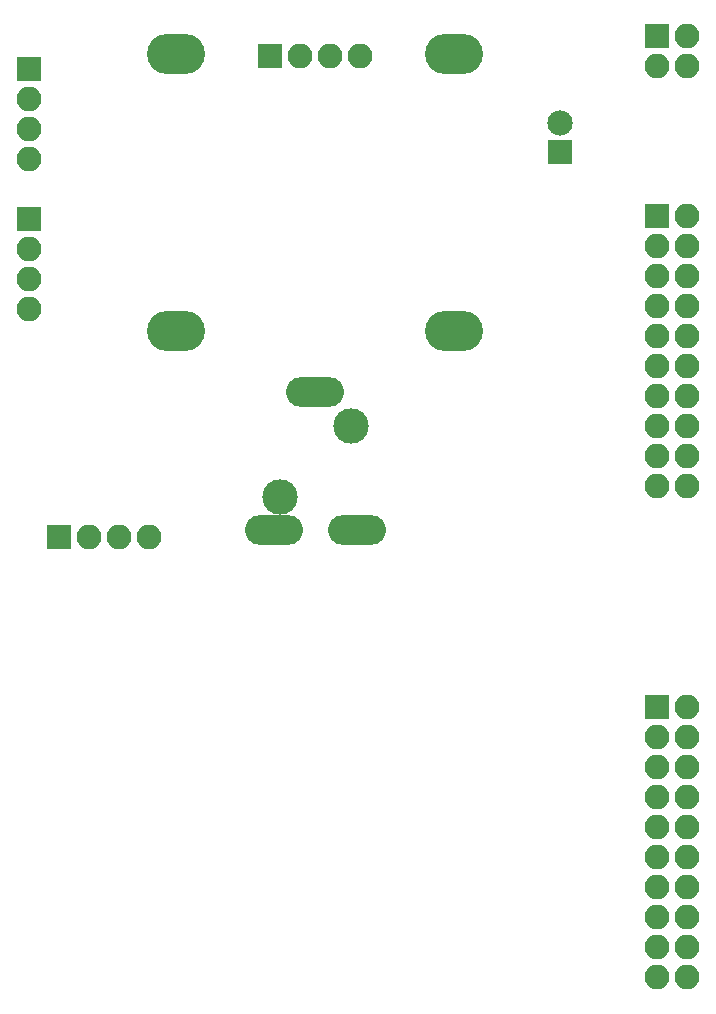
<source format=gbr>
G04 #@! TF.GenerationSoftware,KiCad,Pcbnew,(5.0.0)*
G04 #@! TF.CreationDate,2019-01-20T19:44:52-05:00*
G04 #@! TF.ProjectId,AVR_LCD 2.0,4156525F4C434420322E302E6B696361,rev?*
G04 #@! TF.SameCoordinates,Original*
G04 #@! TF.FileFunction,Soldermask,Bot*
G04 #@! TF.FilePolarity,Negative*
%FSLAX46Y46*%
G04 Gerber Fmt 4.6, Leading zero omitted, Abs format (unit mm)*
G04 Created by KiCad (PCBNEW (5.0.0)) date 01/20/19 19:44:52*
%MOMM*%
%LPD*%
G01*
G04 APERTURE LIST*
%ADD10O,2.100000X2.100000*%
%ADD11R,2.100000X2.100000*%
%ADD12C,2.150000*%
%ADD13R,2.150000X2.150000*%
%ADD14O,4.900000X3.400000*%
%ADD15C,3.000000*%
%ADD16O,4.900000X2.500000*%
G04 APERTURE END LIST*
D10*
G04 #@! TO.C,BreakOut_EXT1*
X113840000Y-134810000D03*
X111300000Y-134810000D03*
X113840000Y-132270000D03*
X111300000Y-132270000D03*
X113840000Y-129730000D03*
X111300000Y-129730000D03*
X113840000Y-127190000D03*
X111300000Y-127190000D03*
X113840000Y-124650000D03*
X111300000Y-124650000D03*
X113840000Y-122110000D03*
X111300000Y-122110000D03*
X113840000Y-119570000D03*
X111300000Y-119570000D03*
X113840000Y-117030000D03*
X111300000Y-117030000D03*
X113840000Y-114490000D03*
X111300000Y-114490000D03*
X113840000Y-111950000D03*
D11*
X111300000Y-111950000D03*
G04 #@! TD*
D10*
G04 #@! TO.C,J1*
X68320000Y-97500000D03*
X65780000Y-97500000D03*
X63240000Y-97500000D03*
D11*
X60700000Y-97500000D03*
G04 #@! TD*
D10*
G04 #@! TO.C,J2*
X58160000Y-65480000D03*
X58160000Y-62940000D03*
X58160000Y-60400000D03*
D11*
X58160000Y-57860000D03*
G04 #@! TD*
D10*
G04 #@! TO.C,J3*
X113840000Y-57650000D03*
X111300000Y-57650000D03*
X113840000Y-55110000D03*
D11*
X111300000Y-55110000D03*
G04 #@! TD*
G04 #@! TO.C,J4*
X58160000Y-70560000D03*
D10*
X58160000Y-73100000D03*
X58160000Y-75640000D03*
X58160000Y-78180000D03*
G04 #@! TD*
D12*
G04 #@! TO.C,J5*
X103090000Y-62450000D03*
D13*
X103090000Y-64950000D03*
G04 #@! TD*
D10*
G04 #@! TO.C,U2*
X86160000Y-56800000D03*
X83620000Y-56800000D03*
X81080000Y-56800000D03*
D11*
X78540000Y-56800000D03*
D14*
X94090000Y-56600000D03*
X70590000Y-56600000D03*
X94090000Y-80100000D03*
X70590000Y-80100000D03*
G04 #@! TD*
D15*
G04 #@! TO.C,U5*
X85390000Y-88100000D03*
X79390000Y-94100000D03*
D16*
X82340000Y-85250000D03*
X85890000Y-96950000D03*
X78840000Y-96950000D03*
G04 #@! TD*
D11*
G04 #@! TO.C,X-Plained_EXT1*
X111300000Y-70340000D03*
D10*
X113840000Y-70340000D03*
X111300000Y-72880000D03*
X113840000Y-72880000D03*
X111300000Y-75420000D03*
X113840000Y-75420000D03*
X111300000Y-77960000D03*
X113840000Y-77960000D03*
X111300000Y-80500000D03*
X113840000Y-80500000D03*
X111300000Y-83040000D03*
X113840000Y-83040000D03*
X111300000Y-85580000D03*
X113840000Y-85580000D03*
X111300000Y-88120000D03*
X113840000Y-88120000D03*
X111300000Y-90660000D03*
X113840000Y-90660000D03*
X111300000Y-93200000D03*
X113840000Y-93200000D03*
G04 #@! TD*
M02*

</source>
